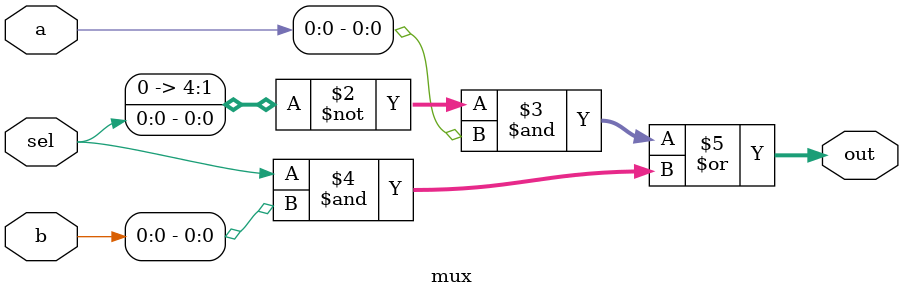
<source format=v>
module mux( 
input [4:0] a, b,
input sel,
output [4:0] out );
// When sel=0, assign a to out. 
// When sel=1, assign b to out.
assign out=(~sel&a[0])|(sel&b[0]);
// if sel=0 then assign from a else from b.
// if sel=1 then assign from b else from a.
endmodule

</source>
